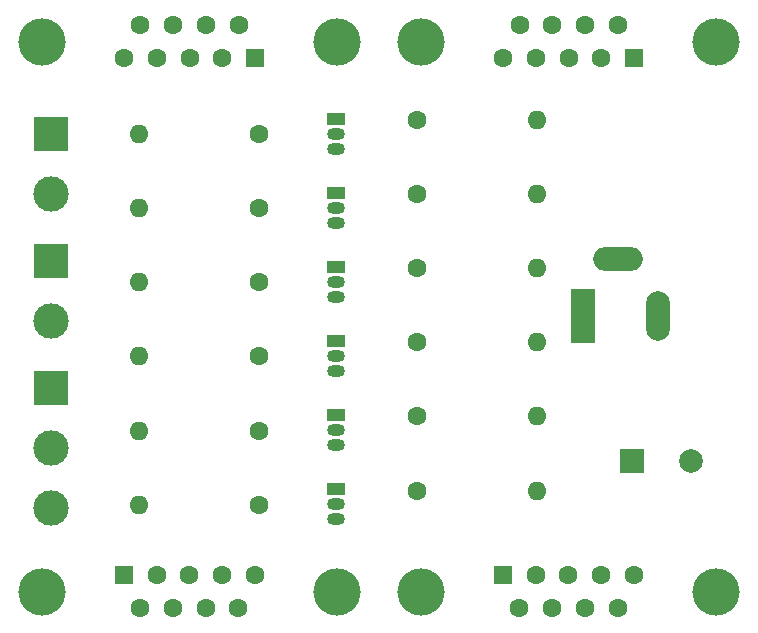
<source format=gbr>
%TF.GenerationSoftware,KiCad,Pcbnew,(6.0.4)*%
%TF.CreationDate,2024-03-20T13:54:59+01:00*%
%TF.ProjectId,Big7segDisplayDrv,42696737-7365-4674-9469-73706c617944,rev?*%
%TF.SameCoordinates,Original*%
%TF.FileFunction,Soldermask,Bot*%
%TF.FilePolarity,Negative*%
%FSLAX46Y46*%
G04 Gerber Fmt 4.6, Leading zero omitted, Abs format (unit mm)*
G04 Created by KiCad (PCBNEW (6.0.4)) date 2024-03-20 13:54:59*
%MOMM*%
%LPD*%
G01*
G04 APERTURE LIST*
%ADD10C,4.000000*%
%ADD11R,1.600000X1.600000*%
%ADD12C,1.600000*%
%ADD13R,1.500000X1.050000*%
%ADD14O,1.500000X1.050000*%
%ADD15R,2.000000X4.600000*%
%ADD16O,2.000000X4.200000*%
%ADD17O,4.200000X2.000000*%
%ADD18R,2.000000X2.000000*%
%ADD19C,2.000000*%
%ADD20O,1.600000X1.600000*%
%ADD21R,3.000000X3.000000*%
%ADD22C,3.000000*%
G04 APERTURE END LIST*
D10*
%TO.C,J6*%
X107010000Y-77110331D03*
X132010000Y-77110331D03*
D11*
X125050000Y-78530331D03*
D12*
X122280000Y-78530331D03*
X119510000Y-78530331D03*
X116740000Y-78530331D03*
X113970000Y-78530331D03*
X123665000Y-75690331D03*
X120895000Y-75690331D03*
X118125000Y-75690331D03*
X115355000Y-75690331D03*
%TD*%
D13*
%TO.C,Q1*%
X131940000Y-83656000D03*
D14*
X131940000Y-84926000D03*
X131940000Y-86196000D03*
%TD*%
D10*
%TO.C,J7*%
X164110000Y-77110331D03*
X139110000Y-77110331D03*
D11*
X157150000Y-78530331D03*
D12*
X154380000Y-78530331D03*
X151610000Y-78530331D03*
X148840000Y-78530331D03*
X146070000Y-78530331D03*
X155765000Y-75690331D03*
X152995000Y-75690331D03*
X150225000Y-75690331D03*
X147455000Y-75690331D03*
%TD*%
D15*
%TO.C,J10*%
X152850000Y-100350000D03*
D16*
X159150000Y-100350000D03*
D17*
X155750000Y-95550000D03*
%TD*%
D13*
%TO.C,Q5*%
X131940000Y-108752000D03*
D14*
X131940000Y-110022000D03*
X131940000Y-111292000D03*
%TD*%
D18*
%TO.C,C1*%
X156932323Y-112600000D03*
D19*
X161932323Y-112600000D03*
%TD*%
D12*
%TO.C,R3*%
X138760000Y-96286000D03*
D20*
X148920000Y-96286000D03*
%TD*%
D21*
%TO.C,J2*%
X107800000Y-95660000D03*
D22*
X107800000Y-100740000D03*
%TD*%
D13*
%TO.C,Q2*%
X131940000Y-89930000D03*
D14*
X131940000Y-91200000D03*
X131940000Y-92470000D03*
%TD*%
D13*
%TO.C,Q4*%
X131940000Y-102478000D03*
D14*
X131940000Y-103748000D03*
X131940000Y-105018000D03*
%TD*%
D12*
%TO.C,R9*%
X125420000Y-97486000D03*
D20*
X115260000Y-97486000D03*
%TD*%
D12*
%TO.C,R1*%
X138760000Y-83726000D03*
D20*
X148920000Y-83726000D03*
%TD*%
D12*
%TO.C,R2*%
X138760000Y-90006000D03*
D20*
X148920000Y-90006000D03*
%TD*%
D10*
%TO.C,J4*%
X131990000Y-123689669D03*
X106990000Y-123689669D03*
D11*
X113950000Y-122269669D03*
D12*
X116720000Y-122269669D03*
X119490000Y-122269669D03*
X122260000Y-122269669D03*
X125030000Y-122269669D03*
X115335000Y-125109669D03*
X118105000Y-125109669D03*
X120875000Y-125109669D03*
X123645000Y-125109669D03*
%TD*%
%TO.C,R8*%
X125420000Y-91206000D03*
D20*
X115260000Y-91206000D03*
%TD*%
D12*
%TO.C,R4*%
X138760000Y-102566000D03*
D20*
X148920000Y-102566000D03*
%TD*%
D13*
%TO.C,Q6*%
X131940000Y-115026000D03*
D14*
X131940000Y-116296000D03*
X131940000Y-117566000D03*
%TD*%
D12*
%TO.C,R10*%
X125420000Y-103766000D03*
D20*
X115260000Y-103766000D03*
%TD*%
D12*
%TO.C,R12*%
X125420000Y-116326000D03*
D20*
X115260000Y-116326000D03*
%TD*%
D12*
%TO.C,R7*%
X125420000Y-84926000D03*
D20*
X115260000Y-84926000D03*
%TD*%
D10*
%TO.C,J5*%
X164090000Y-123689669D03*
X139090000Y-123689669D03*
D11*
X146050000Y-122269669D03*
D12*
X148820000Y-122269669D03*
X151590000Y-122269669D03*
X154360000Y-122269669D03*
X157130000Y-122269669D03*
X147435000Y-125109669D03*
X150205000Y-125109669D03*
X152975000Y-125109669D03*
X155745000Y-125109669D03*
%TD*%
%TO.C,R6*%
X138760000Y-115126000D03*
D20*
X148920000Y-115126000D03*
%TD*%
D12*
%TO.C,R5*%
X138760000Y-108846000D03*
D20*
X148920000Y-108846000D03*
%TD*%
D12*
%TO.C,R11*%
X125420000Y-110046000D03*
D20*
X115260000Y-110046000D03*
%TD*%
D13*
%TO.C,Q3*%
X131940000Y-96204000D03*
D14*
X131940000Y-97474000D03*
X131940000Y-98744000D03*
%TD*%
D21*
%TO.C,J1*%
X107800000Y-84960000D03*
D22*
X107800000Y-90040000D03*
%TD*%
D21*
%TO.C,J3*%
X107800000Y-106420000D03*
D22*
X107800000Y-111500000D03*
X107800000Y-116580000D03*
%TD*%
M02*

</source>
